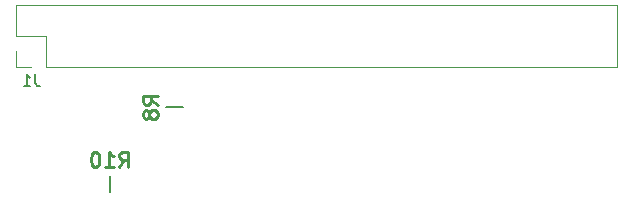
<source format=gbo>
G04 #@! TF.GenerationSoftware,KiCad,Pcbnew,8.0.2*
G04 #@! TF.CreationDate,2024-06-17T10:47:37+02:00*
G04 #@! TF.ProjectId,AMS Dongle,414d5320-446f-46e6-976c-652e6b696361,rev?*
G04 #@! TF.SameCoordinates,Original*
G04 #@! TF.FileFunction,Legend,Bot*
G04 #@! TF.FilePolarity,Positive*
%FSLAX46Y46*%
G04 Gerber Fmt 4.6, Leading zero omitted, Abs format (unit mm)*
G04 Created by KiCad (PCBNEW 8.0.2) date 2024-06-17 10:47:37*
%MOMM*%
%LPD*%
G01*
G04 APERTURE LIST*
%ADD10C,0.150000*%
%ADD11C,0.254000*%
%ADD12C,0.120000*%
%ADD13C,0.200000*%
G04 APERTURE END LIST*
D10*
X108703333Y-50724819D02*
X108703333Y-51439104D01*
X108703333Y-51439104D02*
X108750952Y-51581961D01*
X108750952Y-51581961D02*
X108846190Y-51677200D01*
X108846190Y-51677200D02*
X108989047Y-51724819D01*
X108989047Y-51724819D02*
X109084285Y-51724819D01*
X107703333Y-51724819D02*
X108274761Y-51724819D01*
X107989047Y-51724819D02*
X107989047Y-50724819D01*
X107989047Y-50724819D02*
X108084285Y-50867676D01*
X108084285Y-50867676D02*
X108179523Y-50962914D01*
X108179523Y-50962914D02*
X108274761Y-51010533D01*
D11*
X115816428Y-58574318D02*
X116239762Y-57969556D01*
X116542143Y-58574318D02*
X116542143Y-57304318D01*
X116542143Y-57304318D02*
X116058333Y-57304318D01*
X116058333Y-57304318D02*
X115937381Y-57364794D01*
X115937381Y-57364794D02*
X115876904Y-57425270D01*
X115876904Y-57425270D02*
X115816428Y-57546222D01*
X115816428Y-57546222D02*
X115816428Y-57727651D01*
X115816428Y-57727651D02*
X115876904Y-57848603D01*
X115876904Y-57848603D02*
X115937381Y-57909080D01*
X115937381Y-57909080D02*
X116058333Y-57969556D01*
X116058333Y-57969556D02*
X116542143Y-57969556D01*
X114606904Y-58574318D02*
X115332619Y-58574318D01*
X114969762Y-58574318D02*
X114969762Y-57304318D01*
X114969762Y-57304318D02*
X115090714Y-57485746D01*
X115090714Y-57485746D02*
X115211666Y-57606699D01*
X115211666Y-57606699D02*
X115332619Y-57667175D01*
X113820714Y-57304318D02*
X113699761Y-57304318D01*
X113699761Y-57304318D02*
X113578809Y-57364794D01*
X113578809Y-57364794D02*
X113518333Y-57425270D01*
X113518333Y-57425270D02*
X113457857Y-57546222D01*
X113457857Y-57546222D02*
X113397380Y-57788127D01*
X113397380Y-57788127D02*
X113397380Y-58090508D01*
X113397380Y-58090508D02*
X113457857Y-58332413D01*
X113457857Y-58332413D02*
X113518333Y-58453365D01*
X113518333Y-58453365D02*
X113578809Y-58513842D01*
X113578809Y-58513842D02*
X113699761Y-58574318D01*
X113699761Y-58574318D02*
X113820714Y-58574318D01*
X113820714Y-58574318D02*
X113941666Y-58513842D01*
X113941666Y-58513842D02*
X114002142Y-58453365D01*
X114002142Y-58453365D02*
X114062619Y-58332413D01*
X114062619Y-58332413D02*
X114123095Y-58090508D01*
X114123095Y-58090508D02*
X114123095Y-57788127D01*
X114123095Y-57788127D02*
X114062619Y-57546222D01*
X114062619Y-57546222D02*
X114002142Y-57425270D01*
X114002142Y-57425270D02*
X113941666Y-57364794D01*
X113941666Y-57364794D02*
X113820714Y-57304318D01*
X119074318Y-53288333D02*
X118469556Y-52864999D01*
X119074318Y-52562618D02*
X117804318Y-52562618D01*
X117804318Y-52562618D02*
X117804318Y-53046428D01*
X117804318Y-53046428D02*
X117864794Y-53167380D01*
X117864794Y-53167380D02*
X117925270Y-53227857D01*
X117925270Y-53227857D02*
X118046222Y-53288333D01*
X118046222Y-53288333D02*
X118227651Y-53288333D01*
X118227651Y-53288333D02*
X118348603Y-53227857D01*
X118348603Y-53227857D02*
X118409080Y-53167380D01*
X118409080Y-53167380D02*
X118469556Y-53046428D01*
X118469556Y-53046428D02*
X118469556Y-52562618D01*
X118348603Y-54014047D02*
X118288127Y-53893095D01*
X118288127Y-53893095D02*
X118227651Y-53832618D01*
X118227651Y-53832618D02*
X118106699Y-53772142D01*
X118106699Y-53772142D02*
X118046222Y-53772142D01*
X118046222Y-53772142D02*
X117925270Y-53832618D01*
X117925270Y-53832618D02*
X117864794Y-53893095D01*
X117864794Y-53893095D02*
X117804318Y-54014047D01*
X117804318Y-54014047D02*
X117804318Y-54255952D01*
X117804318Y-54255952D02*
X117864794Y-54376904D01*
X117864794Y-54376904D02*
X117925270Y-54437380D01*
X117925270Y-54437380D02*
X118046222Y-54497857D01*
X118046222Y-54497857D02*
X118106699Y-54497857D01*
X118106699Y-54497857D02*
X118227651Y-54437380D01*
X118227651Y-54437380D02*
X118288127Y-54376904D01*
X118288127Y-54376904D02*
X118348603Y-54255952D01*
X118348603Y-54255952D02*
X118348603Y-54014047D01*
X118348603Y-54014047D02*
X118409080Y-53893095D01*
X118409080Y-53893095D02*
X118469556Y-53832618D01*
X118469556Y-53832618D02*
X118590508Y-53772142D01*
X118590508Y-53772142D02*
X118832413Y-53772142D01*
X118832413Y-53772142D02*
X118953365Y-53832618D01*
X118953365Y-53832618D02*
X119013842Y-53893095D01*
X119013842Y-53893095D02*
X119074318Y-54014047D01*
X119074318Y-54014047D02*
X119074318Y-54255952D01*
X119074318Y-54255952D02*
X119013842Y-54376904D01*
X119013842Y-54376904D02*
X118953365Y-54437380D01*
X118953365Y-54437380D02*
X118832413Y-54497857D01*
X118832413Y-54497857D02*
X118590508Y-54497857D01*
X118590508Y-54497857D02*
X118469556Y-54437380D01*
X118469556Y-54437380D02*
X118409080Y-54376904D01*
X118409080Y-54376904D02*
X118348603Y-54255952D01*
D12*
X107040000Y-47500000D02*
X107040000Y-44900000D01*
X107040000Y-50100000D02*
X107040000Y-48770000D01*
X108370000Y-50100000D02*
X107040000Y-50100000D01*
X109640000Y-47500000D02*
X107040000Y-47500000D01*
X109640000Y-50100000D02*
X109640000Y-47500000D01*
X157960000Y-44900000D02*
X107040000Y-44900000D01*
X157960000Y-50100000D02*
X109640000Y-50100000D01*
X157960000Y-50100000D02*
X157960000Y-44900000D01*
D13*
X115000000Y-60700000D02*
X115000000Y-59300000D01*
X119800000Y-53500000D02*
X121200000Y-53500000D01*
M02*

</source>
